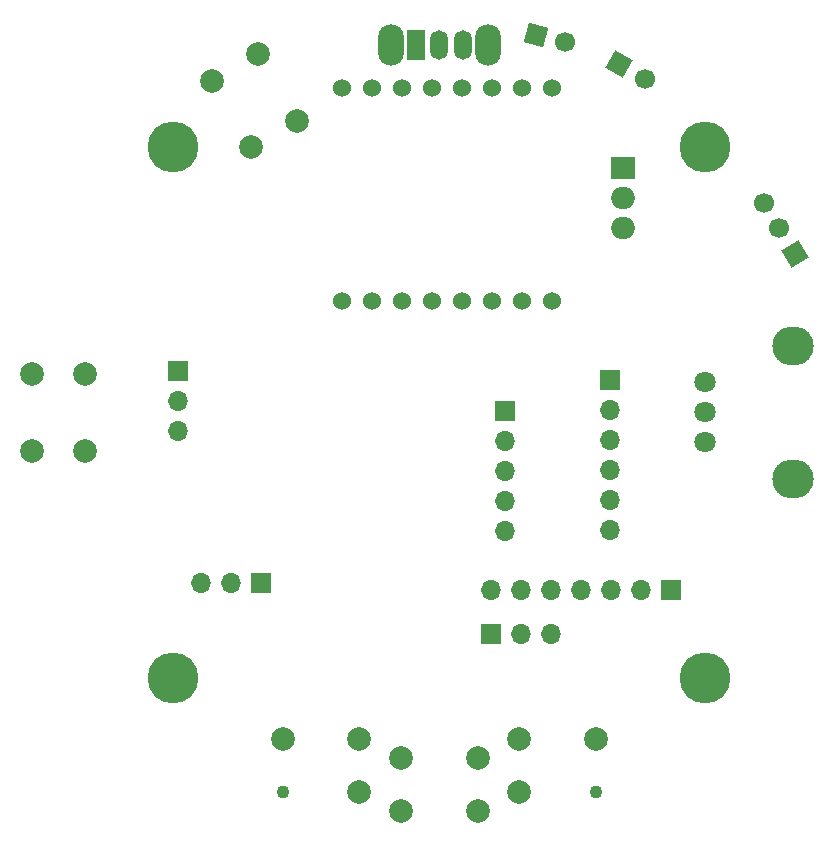
<source format=gbs>
%TF.GenerationSoftware,KiCad,Pcbnew,8.0.4*%
%TF.CreationDate,2024-08-30T00:59:46+02:00*%
%TF.ProjectId,smartEggTimer,736d6172-7445-4676-9754-696d65722e6b,rev?*%
%TF.SameCoordinates,Original*%
%TF.FileFunction,Soldermask,Bot*%
%TF.FilePolarity,Negative*%
%FSLAX46Y46*%
G04 Gerber Fmt 4.6, Leading zero omitted, Abs format (unit mm)*
G04 Created by KiCad (PCBNEW 8.0.4) date 2024-08-30 00:59:46*
%MOMM*%
%LPD*%
G01*
G04 APERTURE LIST*
G04 Aperture macros list*
%AMHorizOval*
0 Thick line with rounded ends*
0 $1 width*
0 $2 $3 position (X,Y) of the first rounded end (center of the circle)*
0 $4 $5 position (X,Y) of the second rounded end (center of the circle)*
0 Add line between two ends*
20,1,$1,$2,$3,$4,$5,0*
0 Add two circle primitives to create the rounded ends*
1,1,$1,$2,$3*
1,1,$1,$4,$5*%
%AMRotRect*
0 Rectangle, with rotation*
0 The origin of the aperture is its center*
0 $1 length*
0 $2 width*
0 $3 Rotation angle, in degrees counterclockwise*
0 Add horizontal line*
21,1,$1,$2,0,0,$3*%
G04 Aperture macros list end*
%ADD10C,1.100000*%
%ADD11C,2.000000*%
%ADD12R,1.700000X1.700000*%
%ADD13O,1.700000X1.700000*%
%ADD14C,1.524000*%
%ADD15C,1.800000*%
%ADD16O,3.500000X3.300000*%
%ADD17C,4.300000*%
%ADD18RotRect,1.700000X1.700000X60.000000*%
%ADD19HorizOval,1.700000X0.000000X0.000000X0.000000X0.000000X0*%
%ADD20RotRect,1.700000X1.700000X211.000000*%
%ADD21HorizOval,1.700000X0.000000X0.000000X0.000000X0.000000X0*%
%ADD22R,2.000000X1.905000*%
%ADD23O,2.000000X1.905000*%
%ADD24RotRect,1.700000X1.700000X75.000000*%
%ADD25HorizOval,1.700000X0.000000X0.000000X0.000000X0.000000X0*%
%ADD26O,2.200000X3.500000*%
%ADD27R,1.500000X2.500000*%
%ADD28O,1.500000X2.500000*%
G04 APERTURE END LIST*
D10*
%TO.C,SW6*%
X113250000Y-132120000D03*
D11*
X106750000Y-132120000D03*
X113250000Y-127620000D03*
X106750000Y-127620000D03*
%TD*%
D12*
%TO.C,J7*%
X77900000Y-96500000D03*
D13*
X77900000Y-99040000D03*
X77900000Y-101580000D03*
%TD*%
D12*
%TO.C,J2*%
X104425000Y-118725000D03*
D13*
X106965000Y-118725000D03*
X109505000Y-118725000D03*
%TD*%
D11*
%TO.C,SW4*%
X103250000Y-133750000D03*
X96750000Y-133750000D03*
X103250000Y-129250000D03*
X96750000Y-129250000D03*
%TD*%
%TO.C,SW3*%
X65500000Y-103250000D03*
X65500000Y-96750000D03*
X70000000Y-103250000D03*
X70000000Y-96750000D03*
%TD*%
D14*
%TO.C,DFPlayerMini1*%
X91740000Y-90559000D03*
X94280000Y-90559000D03*
X96820000Y-90559000D03*
X99360000Y-90559000D03*
X101900000Y-90559000D03*
X104440000Y-90559000D03*
X106980000Y-90559000D03*
X109520000Y-90559000D03*
X109520000Y-72525000D03*
X106980000Y-72525000D03*
X104440000Y-72525000D03*
X101900000Y-72525000D03*
X99360000Y-72525000D03*
X96820000Y-72525000D03*
X94280000Y-72525000D03*
X91740000Y-72525000D03*
%TD*%
D10*
%TO.C,SW5*%
X86750000Y-132120000D03*
D11*
X93250000Y-132120000D03*
X93250000Y-127620000D03*
X86750000Y-127620000D03*
%TD*%
D12*
%TO.C,J1*%
X105600000Y-99840000D03*
D13*
X105600000Y-102380000D03*
X105600000Y-104920000D03*
X105600000Y-107460000D03*
X105600000Y-110000000D03*
%TD*%
D15*
%TO.C,SW2*%
X122489000Y-97460000D03*
X122489000Y-102540000D03*
D16*
X129989000Y-94400000D03*
D15*
X122489000Y-100000000D03*
D16*
X129989000Y-105600000D03*
%TD*%
D17*
%TO.C,H2*%
X122500000Y-77500000D03*
%TD*%
%TO.C,H8*%
X122500000Y-122500000D03*
%TD*%
%TO.C,H1*%
X77500000Y-77500000D03*
%TD*%
D18*
%TO.C,J5*%
X115200000Y-70530000D03*
D19*
X117399705Y-71800000D03*
%TD*%
D20*
%TO.C,J8*%
X130108197Y-86577205D03*
D21*
X128800000Y-84400000D03*
X127491804Y-82222795D03*
%TD*%
D12*
%TO.C,J3*%
X84925000Y-114400000D03*
D13*
X82385000Y-114400000D03*
X79845000Y-114400000D03*
%TD*%
D12*
%TO.C,J4*%
X114475000Y-97260000D03*
D13*
X114475000Y-99800000D03*
X114475000Y-102340000D03*
X114475000Y-104880000D03*
X114475000Y-107420000D03*
X114475000Y-109960000D03*
%TD*%
D22*
%TO.C,Q1*%
X115550000Y-79310000D03*
D23*
X115550000Y-81850000D03*
X115550000Y-84390000D03*
%TD*%
D12*
%TO.C,OLED-15W-C1*%
X119640000Y-115000000D03*
D13*
X117100000Y-115000000D03*
X114560000Y-115000000D03*
X112020000Y-115000000D03*
X109480000Y-115000000D03*
X106940000Y-115000000D03*
X104400000Y-115000000D03*
%TD*%
D17*
%TO.C,H3*%
X77500000Y-122500000D03*
%TD*%
D24*
%TO.C,J6*%
X108200000Y-68000000D03*
D25*
X110653452Y-68657400D03*
%TD*%
D26*
%TO.C,SW7*%
X95900000Y-68890001D03*
X104100002Y-68889999D03*
D27*
X98000001Y-68890000D03*
D28*
X100000000Y-68890000D03*
X102000002Y-68890000D03*
%TD*%
D11*
%TO.C,SW1*%
X87925000Y-75304165D03*
X84675000Y-69675000D03*
X84027886Y-77554166D03*
X80777885Y-71925000D03*
%TD*%
M02*

</source>
